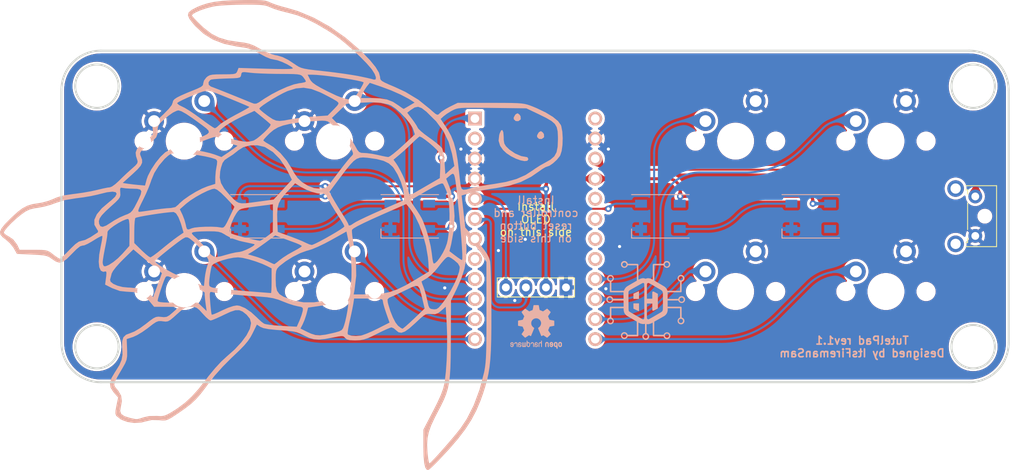
<source format=kicad_pcb>
(kicad_pcb (version 20211014) (generator pcbnew)
  (title_block (title "TutelPad") (date "2022-04-15") (rev "rev1.0") (company "0xCB"))
  (layers (0 "F.Cu" signal) (31 "B.Cu" signal) (34 "B.Paste" user) (35 "F.Paste" user) (36 "B.SilkS" user "B.Silkscreen") (37 "F.SilkS" user "F.Silkscreen") (38 "B.Mask" user) (39 "F.Mask" user) (44 "Edge.Cuts" user))
  (net 0 "")
  (net 2 "GND")
  (net 3 "VCC")
  (net 4 "reset")
  (net 5 "Net-(RGB1-Pad2)")
  (net 6 "LED")
  (net 7 "Net-(RGB2-Pad2)")
  (net 8 "Net-(RGB3-Pad2)")
  (net 9 "SCL")
  (net 10 "SDA")
  (net 11 "MX1")
  (net 12 "MX2")
  (net 13 "MX3")
  (net 15 "MX4")
  (net 16 "MX5")
  (net 17 "MX6")
  (net 18 "MX7")
  (net 19 "MX8")
  (footprint "0xcb:SW_Cherry_MX_PCB_1.00u" (layer "F.Cu") (at 198.052811 109.763439)
    (fp_text reference "MX8")
    (fp_text value "MX")
  )
  (footprint "0xcb:SW_Cherry_MX_PCB_1.00u" (layer "F.Cu") (at 109.152811 109.763439)
    (fp_text reference "MX5")
    (fp_text value "MX")
  )
  (footprint "0xcb:SW_Cherry_MX_PCB_1.00u" (layer "F.Cu") (at 128.202811 109.763439)
    (fp_text reference "MX6")
    (fp_text value "MX")
  )
  (footprint "0xcb:SW_Tactile_SPST_Angled" (layer "F.Cu") (at 209.36625 97.718439 -90)
    (fp_text reference "SW1" hide)
    (fp_text value "SW_Push")
  )
  (footprint "0xcb:SW_Cherry_MX_PCB_1.00u" (layer "F.Cu") (at 179.002811 90.713439)
    (fp_text reference "MX3")
    (fp_text value "MX")
  )
  (footprint "0xcb:SW_Cherry_MX_PCB_1.00u" (layer "F.Cu") (at 179.002811 109.763439)
    (fp_text reference "MX7")
    (fp_text value "MX")
  )
  (footprint "0xcb:128x64OLED" (layer "F.Cu") (at 153.89875 98.643439 180)
    (fp_text reference "OL1" hide)
    (fp_text value "SSD1306" hide)
  )
  (footprint "0xcb:SW_Cherry_MX_PCB_1.00u" (layer "F.Cu") (at 128.202811 90.713439)
    (fp_text reference "MX2")
    (fp_text value "MX")
  )
  (footprint "0xcb:SW_Cherry_MX_PCB_1.00u" (layer "F.Cu") (at 109.152811 90.713439)
    (fp_text reference "MX1")
    (fp_text value "MX")
  )
  (footprint "0xcb:generic-promicro" (layer "F.Cu") (at 153.602811 101.825939 -90)
    (fp_text reference "U1" hide)
    (fp_text value "generic-promicro" hide)
  )
  (footprint "0xcb:SW_Cherry_MX_PCB_1.00u" (layer "F.Cu") (at 198.052811 90.713439)
    (fp_text reference "MX4")
    (fp_text value "MX")
  )
  (footprint "LED_SMD:LED_WS2812B_PLCC4_5.0x5.0mm_P3.2mm" (layer "B.Cu") (at 188.527811 100.238439 180)
    (fp_text reference "RGB4" hide)
    (fp_text value "WS2812B")
  )
  (footprint "LOGO" (layer "B.Cu") (at 121.44375 102.475939 180)
    (fp_text reference "G***" hide)
    (fp_text value "LOGO" hide)
  )
  (footprint "LED_SMD:LED_WS2812B_PLCC4_5.0x5.0mm_P3.2mm" (layer "B.Cu") (at 169.477811 100.238439 180)
    (fp_text reference "RGB3" hide)
    (fp_text value "WS2812B")
  )
  (footprint "LED_SMD:LED_WS2812B_PLCC4_5.0x5.0mm_P3.2mm" (layer "B.Cu") (at 137.727811 100.238439 180)
    (fp_text reference "RGB2" hide)
    (fp_text value "WS2812B")
  )
  (footprint "0xcb:0xCB" (layer "B.Cu") (at 167.61875 110.893439 180)
    (fp_text reference "G***" hide)
    (fp_text value "0xCB" hide)
  )
  (footprint "Symbol:OSHW-Logo2_7.3x6mm_SilkScreen" (layer "B.Cu") (at 153.73875 114.243439 180)
    (fp_text reference "REF**" hide)
    (fp_text value "OSHW-Logo2_7.3x6mm_SilkScreen" hide)
  )
  (footprint "LED_SMD:LED_WS2812B_PLCC4_5.0x5.0mm_P3.2mm" (layer "B.Cu") (at 118.677811 100.238439 180)
    (fp_text reference "RGB1" hide)
    (fp_text value "WS2812B")
  )
  (gr_circle (center 98.09875 83.753439) (end 100.84875 83.753439) (layer "Edge.Cuts") (width 0.25) (fill none))
  (gr_line (start 213.59875 116.253439) (end 213.59875 84.253439) (layer "Edge.Cuts") (width 0.25))
  (gr_arc (start 213.59875 116.253439) (mid 212.134284 119.788973) (end 208.59875 121.253439) (layer "Edge.Cuts") (width 0.25))
  (gr_circle (center 209.09875 116.753439) (end 211.84875 116.753439) (layer "Edge.Cuts") (width 0.25) (fill none))
  (gr_line (start 93.59875 84.253439) (end 93.59875 116.253439) (layer "Edge.Cuts") (width 0.25))
  (gr_circle (center 98.09875 116.753439) (end 100.84875 116.753439) (layer "Edge.Cuts") (width 0.25) (fill none))
  (gr_arc (start 93.59875 84.253439) (mid 95.063216 80.717905) (end 98.59875 79.253439) (layer "Edge.Cuts") (width 0.25))
  (gr_line (start 208.59875 79.253439) (end 98.59875 79.253439) (layer "Edge.Cuts") (width 0.25))
  (gr_arc (start 208.59875 79.253439) (mid 212.134284 80.717905) (end 213.59875 84.253439) (layer "Edge.Cuts") (width 0.25))
  (gr_arc (start 98.59875 121.253439) (mid 95.063216 119.788973) (end 93.59875 116.253439) (layer "Edge.Cuts") (width 0.25))
  (gr_line (start 98.59875 121.253439) (end 208.59875 121.253439) (layer "Edge.Cuts") (width 0.25))
  (gr_circle (center 209.09875 83.753439) (end 211.84875 83.753439) (layer "Edge.Cuts") (width 0.25) (fill none))
  (gr_text "TutelPad rev1.1\nDesigned by ItsFiremanSam" (at 195.01875 116.773439) (layer "B.SilkS") (effects (font (size 1 1) (thickness 0.2)) (justify mirror)))
  (gr_text "Install\ncontroller and\nreset button\non this side" (at 153.70875 100.613439) (layer "B.SilkS") (effects (font (size 1 1)) (justify mirror)))
  (gr_text "Install\nOLED\non this side" (at 153.70875 100.613439) (layer "F.SilkS") (effects (font (size 1 1))))
  (via (at 142.15875 109.303439) (size 0.8) (drill 0.4) (layers "F.Cu" "B.Cu") (net 2))
  (via (at 152.35875 103.153439) (size 0.8) (drill 0.4) (layers "F.Cu" "B.Cu") (net 2))
  (via (at 162.56875 109.413439) (size 0.8) (drill 0.4) (layers "F.Cu" "B.Cu") (net 2))
  (via (at 148.95875 104.573439) (size 0.8) (drill 0.4) (layers "F.Cu" "B.Cu") (net 2))
  (via (at 164.30625 104.063439) (size 0.8) (drill 0.4) (layers "F.Cu" "B.Cu") (net 2))
  (via (at 162.88875 91.723439) (size 0.8) (drill 0.4) (layers "F.Cu" "B.Cu") (net 2))
  (via (at 151.02875 110.903439) (size 0.8) (drill 0.4) (layers "F.Cu" "B.Cu") (net 2))
  (via (at 144.20875 91.723439) (size 0.8) (drill 0.4) (layers "F.Cu" "B.Cu") (net 2))
  (segment (start 170.47375 95.475939) (end 161.222811 95.475939) (width 0.381) (layer "F.Cu") (net 3))
  (segment (start 171.98375 97.698439) (end 171.97875 97.703439) (width 0.381) (layer "F.Cu") (net 3))
  (segment (start 171.97375 97.698439) (end 171.97875 97.703439) (width 0.381) (layer "F.Cu") (net 3))
  (segment (start 188.28875 97.698439) (end 171.98375 97.698439) (width 0.381) (layer "F.Cu") (net 3))
  (segment (start 127.01875 97.703439) (end 127.02375 97.698439) (width 0.381) (layer "F.Cu") (net 3))
  (segment (start 127.02375 97.698439) (end 143.05375 97.698439) (width 0.381) (layer "F.Cu") (net 3))
  (segment (start 154.97875 96.753439) (end 154.97875 96.475939) (width 0.381) (layer "F.Cu") (net 3))
  (segment (start 188.78875 98.633439) (end 188.78875 98.198439) (width 0.381) (layer "F.Cu") (net 3))
  (segment (start 143.05375 97.698439) (end 143.06875 97.713439) (width 0.381) (layer "F.Cu") (net 3))
  (segment (start 155.97875 95.475939) (end 161.222811 95.475939) (width 0.381) (layer "F.Cu") (net 3))
  (segment (start 171.97375 96.975939) (end 171.97375 97.698439) (width 0.381) (layer "F.Cu") (net 3))
  (via (at 171.97875 97.703439) (size 0.8) (drill 0.4) (layers "F.Cu" "B.Cu") (net 3))
  (via (at 127.01875 97.703439) (size 0.8) (drill 0.4) (layers "F.Cu" "B.Cu") (net 3))
  (via (at 154.97875 96.753439) (size 0.8) (drill 0.4) (layers "F.Cu" "B.Cu") (net 3))
  (via (at 143.06875 97.713439) (size 0.8) (drill 0.4) (layers "F.Cu" "B.Cu") (net 3))
  (via (at 188.78875 98.633439) (size 0.8) (drill 0.4) (layers "F.Cu" "B.Cu") (net 3))
  (arc (start 154.97875 96.475939) (mid 155.271643 95.768832) (end 155.97875 95.475939) (width 0.381) (layer "F.Cu") (net 3))
  (arc (start 171.97375 96.975939) (mid 171.53441 95.915279) (end 170.47375 95.475939) (width 0.381) (layer "F.Cu") (net 3))
  (arc (start 188.28875 97.698439) (mid 188.642303 97.844886) (end 188.78875 98.198439) (width 0.381) (layer "F.Cu") (net 3))
  (segment (start 154.982811 109.250939) (end 154.982811 96.74225) (width 0.381) (layer "B.Cu") (net 3))
  (segment (start 171.97875 98.63666) (end 171.977171 98.638239) (width 0.381) (layer "B.Cu") (net 3))
  (segment (start 143.06875 97.24225) (end 143.06875 97.713439) (width 0.381) (layer "B.Cu") (net 3))
  (segment (start 142.56875 98.638239) (end 140.227171 98.638239) (width 0.381) (layer "B.Cu") (net 3))
  (segment (start 154.982811 96.74225) (end 154.982811 96.749378) (width 0.381) (layer "B.Cu") (net 3))
  (segment (start 143.06875 97.713439) (end 143.06875 98.138239) (width 0.381) (layer "B.Cu") (net 3))
  (segment (start 171.97875 97.703439) (end 171.97875 98.63666) (width 0.381) (layer "B.Cu") (net 3))
  (segment (start 121.177171 98.203439) (end 121.177171 98.638239) (width 0.381) (layer "B.Cu") (net 3))
  (segment (start 127.01875 97.703439) (end 121.677171 97.703439) (width 0.381) (layer "B.Cu") (net 3))
  (segment (start 154.982811 96.749378) (end 154.97875 96.753439) (width 0.381) (layer "B.Cu") (net 3))
  (segment (start 188.78875 98.633439) (end 191.022371 98.633439) (width 0.381) (layer "B.Cu") (net 3))
  (segment (start 154.982811 96.74225) (end 143.56875 96.74225) (width 0.381) (layer "B.Cu") (net 3))
  (arc (start 142.56875 98.638239) (mid 142.922303 98.491792) (end 143.06875 98.138239) (width 0.381) (layer "B.Cu") (net 3))
  (arc (start 121.677171 97.703439) (mid 121.323618 97.849886) (end 121.177171 98.203439) (width 0.381) (layer "B.Cu") (net 3))
  (arc (start 143.06875 97.24225) (mid 143.215197 96.888697) (end 143.56875 96.74225) (width 0.381) (layer "B.Cu") (net 3))
  (segment (start 163.304737 94.333439) (end 207.36625 94.333439) (width 0.254) (layer "F.Cu") (net 4))
  (segment (start 161.222811 92.935939) (end 162.13635 93.849478) (width 0.254) (layer "F.Cu") (net 4))
  (segment (start 209.36625 96.333439) (end 209.36625 97.718439) (width 0.254) (layer "F.Cu") (net 4))
  (arc (start 162.13635 93.849478) (mid 162.672411 94.207662) (end 163.304737 94.333439) (width 0.254) (layer "F.Cu") (net 4))
  (arc (start 209.36625 96.333439) (mid 208.780464 94.919225) (end 207.36625 94.333439) (width 0.254) (layer "F.Cu") (net 4))
  (segment (start 135.228451 98.638239) (end 132.305018 98.638239) (width 0.254) (layer "B.Cu") (net 5))
  (segment (start 128.769484 100.102705) (end 128.498016 100.374173) (width 0.254) (layer "B.Cu") (net 5))
  (segment (start 124.962482 101.838639) (end 121.177171 101.838639) (width 0.254) (layer "B.Cu") (net 5))
  (arc (start 128.498016 100.374173) (mid 126.875899 101.458037) (end 124.962482 101.838639) (width 0.254) (layer "B.Cu") (net 5))
  (arc (start 128.769484 100.102705) (mid 130.391601 99.018841) (end 132.305018 98.638239) (width 0.254) (layer "B.Cu") (net 5))
  (segment (start 127.02375 96.428439) (end 138.696561 96.428439) (width 0.254) (layer "F.Cu") (net 6))
  (segment (start 127.01875 96.423439) (end 127.02375 96.428439) (width 0.254) (layer "F.Cu") (net 6))
  (segment (start 141.696561 93.428439) (end 141.696561 92.803439) (width 0.254) (layer "F.Cu") (net 6))
  (via (at 127.01875 96.423439) (size 0.8) (drill 0.4) (layers "F.Cu" "B.Cu") (net 6))
  (via (at 141.696561 92.803439) (size 0.8) (drill 0.4) (layers "F.Cu" "B.Cu") (net 6))
  (arc (start 138.696561 96.428439) (mid 140.817881 95.549759) (end 141.696561 93.428439) (width 0.254) (layer "F.Cu") (net 6))
  (segment (start 116.178451 97.72816) (end 116.178451 98.638239) (width 0.254) (layer "B.Cu") (net 6))
  (segment (start 144.272296 87.855939) (end 145.982811 87.855939) (width 0.254) (layer "B.Cu") (net 6))
  (segment (start 141.696561 92.803439) (end 141.696561 90.431674) (width 0.254) (layer "B.Cu") (net 6))
  (segment (start 127.01875 96.423439) (end 117.483172 96.423439) (width 0.254) (layer "B.Cu") (net 6))
  (arc (start 117.483172 96.423439) (mid 116.560595 96.805583) (end 116.178451 97.72816) (width 0.254) (layer "B.Cu") (net 6))
  (arc (start 141.696561 90.431674) (mid 142.450976 88.610354) (end 144.272296 87.855939) (width 0.254) (layer "B.Cu") (net 6))
  (segment (start 142.966561 100.783439) (end 142.966561 101.508439) (width 0.254) (layer "F.Cu") (net 7))
  (segment (start 162.87875 99.283439) (end 144.466561 99.283439) (width 0.254) (layer "F.Cu") (net 7))
  (via (at 142.966561 101.508439) (size 0.8) (drill 0.4) (layers "F.Cu" "B.Cu") (net 7))
  (via (at 162.87875 99.283439) (size 0.8) (drill 0.4) (layers "F.Cu" "B.Cu") (net 7))
  (arc (start 144.466561 99.283439) (mid 143.405901 99.722779) (end 142.966561 100.783439) (width 0.254) (layer "F.Cu") (net 7))
  (segment (start 163.938164 98.638239) (end 166.978451 98.638239) (width 0.254) (layer "B.Cu") (net 7))
  (segment (start 140.227171 101.838639) (end 140.232371 101.833439) (width 0.254) (layer "B.Cu") (net 7))
  (segment (start 162.87875 99.283439) (end 163.231057 98.931132) (width 0.254) (layer "B.Cu") (net 7))
  (segment (start 142.788008 101.686992) (end 142.966561 101.508439) (width 0.254) (layer "B.Cu") (net 7))
  (segment (start 140.232371 101.833439) (end 142.434454 101.833439) (width 0.254) (layer "B.Cu") (net 7))
  (arc (start 142.434454 101.833439) (mid 142.625796 101.795379) (end 142.788008 101.686992) (width 0.254) (layer "B.Cu") (net 7))
  (arc (start 163.938164 98.638239) (mid 163.555481 98.714359) (end 163.231057 98.931132) (width 0.254) (layer "B.Cu") (net 7))
  (segment (start 179.028016 100.374173) (end 179.299484 100.102705) (width 0.254) (layer "B.Cu") (net 8))
  (segment (start 182.835018 98.638239) (end 186.028451 98.638239) (width 0.254) (layer "B.Cu") (net 8))
  (segment (start 171.977171 101.838639) (end 175.492482 101.838639) (width 0.254) (layer "B.Cu") (net 8))
  (arc (start 179.299484 100.102705) (mid 180.921601 99.018841) (end 182.835018 98.638239) (width 0.254) (layer "B.Cu") (net 8))
  (arc (start 179.028016 100.374173) (mid 177.405899 101.458037) (end 175.492482 101.838639) (width 0.254) (layer "B.Cu") (net 8))
  (segment (start 151.392438 111.783439) (end 149.155042 111.783439) (width 0.254) (layer "B.Cu") (net 9))
  (segment (start 145.99875 100.555939) (end 147.338974 100.555938) (width 0.254) (layer "B.Cu") (net 9))
  (segment (start 147.99875 110.627147) (end 147.99875 101.215713) (width 0.254) (layer "B.Cu") (net 9))
  (segment (start 152.442811 109.250939) (end 152.442811 110.733066) (width 0.254) (layer "B.Cu") (net 9))
  (segment (start 145.99875 100.555939) (end 145.982811 100.555939) (width 0.254) (layer "B.Cu") (net 9))
  (arc (start 147.99875 101.215713) (mid 147.805506 100.749181) (end 147.338974 100.555938) (width 0.254) (layer "B.Cu") (net 9))
  (arc (start 147.99875 110.627147) (mid 148.33742 111.444769) (end 149.155042 111.783439) (width 0.254) (layer "B.Cu") (net 9))
  (arc (start 152.442811 110.733066) (mid 152.135164 111.475792) (end 151.392438 111.783439) (width 0.254) (layer "B.Cu") (net 9))
  (segment (start 149.902811 100.288809) (end 149.902811 109.250939) (width 0.254) (layer "B.Cu") (net 10))
  (segment (start 145.982811 98.015939) (end 147.629941 98.015939) (width 0.254) (layer "B.Cu") (net 10))
  (arc (start 147.629941 98.015939) (mid 149.237103 98.681647) (end 149.902811 100.288809) (width 0.254) (layer "B.Cu") (net 10))
  (segment (start 124.883697 94.682189) (end 131.934061 94.682189) (width 0.254) (layer "B.Cu") (net 11))
  (segment (start 111.692811 85.633439) (end 117.812629 91.753257) (width 0.254) (layer "B.Cu") (net 11))
  (segment (start 141.934061 110.715939) (end 145.982811 110.715939) (width 0.254) (layer "B.Cu") (net 11))
  (segment (start 136.934061 99.682189) (end 136.934061 105.715939) (width 0.254) (layer "B.Cu") (net 11))
  (arc (start 131.934061 94.682189) (mid 135.469595 96.146655) (end 136.934061 99.682189) (width 0.254) (layer "B.Cu") (net 11))
  (arc (start 141.934061 110.715939) (mid 138.398527 109.251473) (end 136.934061 105.715939) (width 0.254) (layer "B.Cu") (net 11))
  (arc (start 117.812629 91.753257) (mid 121.056863 93.920985) (end 124.883697 94.682189) (width 0.254) (layer "B.Cu") (net 11))
  (segment (start 137.660572 90.204367) (end 137.660572 103.175939) (width 0.254) (layer "B.Cu") (net 12))
  (segment (start 142.660572 108.175939) (end 145.982811 108.175939) (width 0.254) (layer "B.Cu") (net 12))
  (segment (start 130.742811 85.633439) (end 133.089644 85.633439) (width 0.254) (layer "B.Cu") (net 12))
  (arc (start 142.660572 108.175939) (mid 139.125038 106.711473) (end 137.660572 103.175939) (width 0.254) (layer "B.Cu") (net 12))
  (arc (start 137.660572 90.204367) (mid 136.321778 86.972233) (end 133.089644 85.633439) (width 0.254) (layer "B.Cu") (net 12))
  (segment (start 175.192811 88.173439) (end 172.777404 88.173439) (width 0.254) (layer "B.Cu") (net 13))
  (segment (start 163.684061 108.175939) (end 161.222811 108.175939) (width 0.254) (layer "B.Cu") (net 13))
  (segment (start 168.684061 92.266782) (end 168.684061 103.175939) (width 0.254) (layer "B.Cu") (net 13))
  (arc (start 168.684061 103.175939) (mid 167.219595 106.711473) (end 163.684061 108.175939) (width 0.254) (layer "B.Cu") (net 13))
  (arc (start 168.684061 92.266782) (mid 169.882973 89.372351) (end 172.777404 88.173439) (width 0.254) (layer "B.Cu") (net 13))
  (segment (start 192.189623 88.173439) (end 194.242811 88.173439) (width 0.254) (layer "B.Cu") (net 15))
  (segment (start 174.477811 94.683439) (end 180.316614 94.683439) (width 0.254) (layer "B.Cu") (net 15))
  (segment (start 169.477811 105.715939) (end 169.477811 99.683439) (width 0.254) (layer "B.Cu") (net 15))
  (segment (start 187.387682 91.754507) (end 190.105463 89.036726) (width 0.254) (layer "B.Cu") (net 15))
  (segment (start 161.222811 110.715939) (end 164.477811 110.715939) (width 0.254) (layer "B.Cu") (net 15))
  (arc (start 169.477811 99.683439) (mid 170.942277 96.147905) (end 174.477811 94.683439) (width 0.254) (layer "B.Cu") (net 15))
  (arc (start 164.477811 110.715939) (mid 168.013345 109.251473) (end 169.477811 105.715939) (width 0.254) (layer "B.Cu") (net 15))
  (arc (start 190.105463 89.036726) (mid 191.061684 88.3978) (end 192.189623 88.173439) (width 0.254) (layer "B.Cu") (net 15))
  (arc (start 180.316614 94.683439) (mid 184.143448 93.922234) (end 187.387682 91.754507) (width 0.254) (layer "B.Cu") (net 15))
  (segment (start 119.876379 112.867007) (end 111.692811 104.683439) (width 0.254) (layer "B.Cu") (net 16))
  (segment (start 145.982811 115.795939) (end 126.947447 115.795939) (width 0.254) (layer "B.Cu") (net 16))
  (arc (start 126.947447 115.795939) (mid 123.120613 115.034734) (end 119.876379 112.867007) (width 0.254) (layer "B.Cu") (net 16))
  (segment (start 136.386379 110.327007) (end 130.742811 104.683439) (width 0.254) (layer "B.Cu") (net 17))
  (segment (start 145.982811 113.255939) (end 143.457447 113.255939) (width 0.254) (layer "B.Cu") (net 17))
  (arc (start 136.386379 110.327007) (mid 139.630613 112.494735) (end 143.457447 113.255939) (width 0.254) (layer "B.Cu") (net 17))
  (segment (start 175.192811 107.223439) (end 173.17875 107.223439) (width 0.254) (layer "B.Cu") (net 18))
  (segment (start 164.196135 113.255939) (end 161.222811 113.255939) (width 0.254) (layer "B.Cu") (net 18))
  (segment (start 173.17875 107.223439) (end 169.232296 111.169893) (width 0.254) (layer "B.Cu") (net 18))
  (arc (start 164.196135 113.255939) (mid 166.921686 112.713793) (end 169.232296 111.169893) (width 0.254) (layer "B.Cu") (net 18))
  (segment (start 177.164114 115.795939) (end 161.222811 115.795939) (width 0.254) (layer "B.Cu") (net 19))
  (segment (start 194.242811 107.223439) (end 192.153448 107.223439) (width 0.254) (layer "B.Cu") (net 19))
  (segment (start 188.270296 108.831893) (end 184.235182 112.867007) (width 0.254) (layer "B.Cu") (net 19))
  (arc (start 192.153448 107.223439) (mid 190.051901 107.641463) (end 188.270296 108.831893) (width 0.254) (layer "B.Cu") (net 19))
  (arc (start 177.164114 115.795939) (mid 180.990948 115.034734) (end 184.235182 112.867007) (width 0.254) (layer "B.Cu") (net 19))
  (zone (net 3) (net_name "VCC") (layer "F.Cu") (priority 16962) (connect_pads yes (clearance 0)) (min_thickness 0.0254) (fill yes (thermal_gap 0.508) (thermal_bridge_width 0.508))
    (polygon (pts (xy 127.81375 97.507939) (xy 127.724026 97.506271) (xy 127.647246 97.50127) (xy 127.580822 97.492935) (xy 127.522168 97.481266) (xy 127.468697 97.466264) (xy 127.417821 97.447929) (xy 127.366954 97.42626) (xy 127.313508 97.401259) (xy 127.254897 97.372926) (xy 127.188535 97.341261) (xy 126.818767 97.70597) (xy 127.197648 98.061203) (xy 127.262509 98.028253) (xy 127.319899 97.998841) (xy 127.372348 97.97295) (xy 127.422388 97.950564) (xy 127.472549 97.931666) (xy 127.525362 97.916241) (xy 127.583358 97.904272) (xy 127.649067 97.895743) (xy 127.725021 97.890637) (xy 127.81375 97.888939)))
  )
  (zone (net 3) (net_name "VCC") (layer "F.Cu") (priority 16962) (connect_pads yes (clearance 0)) (min_thickness 0.0254) (fill yes (thermal_gap 0.508) (thermal_bridge_width 0.508))
    (polygon (pts (xy 154.951564 95.8741) (xy 154.900845 95.96443) (xy 154.860577 96.043379) (xy 154.828417 96.11333) (xy 154.802024 96.176666) (xy 154.779056 96.235771) (xy 154.757171 96.293027) (xy 154.734027 96.350818) (xy 154.707282 96.411526) (xy 154.674595 96.477536) (xy 154.633625 96.55123) (xy 154.966021 96.953033) (xy 155.349117 96.602349) (xy 155.323451 96.544486) (xy 155.297167 96.491331) (xy 155.27206 96.441475) (xy 155.249929 96.393513) (xy 155.232571 96.346037) (xy 155.221784 96.29764) (xy 155.219365 96.246916) (xy 155.227112 96.192456) (xy 155.246822 96.132854) (xy 155.280294 96.066704)))
  )
  (zone (net 3) (net_name "VCC") (layer "F.Cu") (priority 16962) (connect_pads yes (clearance 0)) (min_thickness 0.0254) (fill yes (thermal_gap 0.508) (thermal_bridge_width 0.508))
    (polygon (pts (xy 172.77375 97.507939) (xy 172.684026 97.506271) (xy 172.607246 97.50127) (xy 172.540822 97.492935) (xy 172.482168 97.481266) (xy 172.428697 97.466264) (xy 172.377821 97.447929) (xy 172.326954 97.42626) (xy 172.273508 97.401259) (xy 172.214897 97.372926) (xy 172.148535 97.341261) (xy 171.778767 97.70597) (xy 172.157648 98.061203) (xy 172.222509 98.028253) (xy 172.279899 97.998841) (xy 172.332348 97.97295) (xy 172.382388 97.950564) (xy 172.432549 97.931666) (xy 172.485362 97.916241) (xy 172.543358 97.904272) (xy 172.609067 97.895743) (xy 172.685021 97.890637) (xy 172.77375 97.888939)))
  )
  (zone (net 6) (net_name "LED") (layer "F.Cu") (priority 16962) (connect_pads yes (clearance 0)) (min_thickness 0.0254) (fill yes (thermal_gap 0.508) (thermal_bridge_width 0.508))
    (polygon (pts (xy 141.795878 93.844138) (xy 141.813247 93.720315) (xy 141.829927 93.615232) (xy 141.846901 93.52496) (xy 141.865152 93.445572) (xy 141.885664 93.373139) (xy 141.909421 93.303731) (xy 141.937405 93.233421) (xy 141.970601 93.158281) (xy 142.009992 93.074381) (xy 142.056561 92.977794) (xy 141.696561 92.603439) (xy 141.336561 92.977794) (xy 141.382697 93.069706) (xy 141.424914 93.150108) (xy 141.462564 93.222595) (xy 141.495004 93.290763) (xy 141.52159 93.358205) (xy 141.541676 93.428518) (xy 141.554618 93.505295) (xy 141.559772 93.592133) (xy 141.556491 93.692626) (xy 141.544134 93.81037)))
  )
  (zone (net 7) (net_name "Net-(RGB2-Pad2)") (layer "F.Cu") (priority 16962) (connect_pads yes (clearance 0)) (min_thickness 0.0254) (fill yes (thermal_gap 0.508) (thermal_bridge_width 0.508))
    (polygon (pts (xy 142.897137 100.354697) (xy 142.861425 100.491262) (xy 142.833475 100.608099) (xy 142.810931 100.709387) (xy 142.791437 100.799306) (xy 142.772636 100.882034) (xy 142.752171 100.961751) (xy 142.727688 101.042635) (xy 142.696829 101.128866) (xy 142.657239 101.224622) (xy 142.606561 101.334084) (xy 142.966561 101.708439) (xy 143.326561 101.334084) (xy 143.276008 101.233778) (xy 143.229116 101.145001) (xy 143.187187 101.064184) (xy 143.151524 100.987758) (xy 143.123433 100.912157) (xy 143.104215 100.833811) (xy 143.095175 100.749153) (xy 143.097617 100.654615) (xy 143.112843 100.546628) (xy 143.142159 100.421625)))
  )
  (zone (net 4) (net_name "reset") (layer "F.Cu") (priority 16962) (connect_pads yes (clearance 0)) (min_thickness 0.0254) (fill yes (thermal_gap 0.508) (thermal_bridge_width 0.508))
    (polygon (pts (xy 162.919887 94.157078) (xy 162.69764 94.081068) (xy 162.530195 93.985545) (xy 162.408276 93.871588) (xy 162.32261 93.740275) (xy 162.263923 93.592686) (xy 162.22294 93.429899) (xy 162.190389 93.252994) (xy 162.156994 93.06305) (xy 162.113481 92.861145) (xy 162.050578 92.648359) (xy 160.912993 92.626121) (xy 161.001735 93.783893) (xy 161.231047 93.847474) (xy 161.424454 93.908203) (xy 161.59176 93.967007) (xy 161.742771 94.024817) (xy 161.887295 94.082563) (xy 162.035137 94.141173) (xy 162.196102 94.201578) (xy 162.379999 94.264708) (xy 162.596631 94.331492) (xy 162.855807 94.40286)))
  )
  (zone (net 3) (net_name "VCC") (layer "F.Cu") (priority 16962) (connect_pads yes (clearance 0)) (min_thickness 0.0254) (fill yes (thermal_gap 0.508) (thermal_bridge_width 0.508))
    (polygon (pts (xy 142.26375 97.888939) (xy 142.352907 97.890626) (xy 142.429289 97.895729) (xy 142.495404 97.904308) (xy 142.553756 97.916423) (xy 142.606852 97.932134) (xy 142.657197 97.951501) (xy 142.707297 97.974585) (xy 142.759659 98.001446) (xy 142.816788 98.032143) (xy 142.88119 98.066739) (xy 143.268612 97.720841) (xy 142.907838 97.347233) (xy 142.839022 97.377984) (xy 142.778308 97.405429) (xy 142.723024 97.429586) (xy 142.670501 97.45047) (xy 142.618066 97.468097) (xy 142.56305 97.482483) (xy 142.502781 97.493644) (xy 142.434589 97.501596) (xy 142.355802 97.506356) (xy 142.26375 97.507939)))
  )
  (zone (net 7) (net_name "Net-(RGB2-Pad2)") (layer "F.Cu") (priority 16962) (connect_pads yes (clearance 0)) (min_thickness 0.0254) (fill yes (thermal_gap 0.508) (thermal_bridge_width 0.508))
    (polygon (pts (xy 162.08875 99.410439) (xy 162.17914 99.413657) (xy 162.254892 99.422916) (xy 162.319093 99.437625) (xy 162.37483 99.457191) (xy 162.42519 99.481022) (xy 162.473261 99.508527) (xy 162.522129 99.539113) (xy 162.574883 99.572188) (xy 162.634609 99.607161) (xy 162.704395 99.643439) (xy 163.07875 99.283439) (xy 162.704395 98.923439) (xy 162.634609 98.959716) (xy 162.574883 98.994689) (xy 162.522129 99.027764) (xy 162.473261 99.05835) (xy 162.42519 99.085855) (xy 162.37483 99.109686) (xy 162.319093 99.129252) (xy 162.254892 99.143961) (xy 162.17914 99.15322) (xy 162.08875 99.156439)))
  )
  (zone (net 4) (net_name "reset") (layer "F.Cu") (priority 16962) (connect_pads yes (clearance 0)) (min_thickness 0.0254) (fill yes (thermal_gap 0.508) (thermal_bridge_width 0.508))
    (polygon (pts (xy 209.062851 95.539889) (xy 209.154774 95.775079) (xy 209.198289 95.979489) (xy 209.199854 96.160038) (xy 209.165929 96.323646) (xy 209.102971 96.477233) (xy 209.01744 96.627718) (xy 208.915793 96.782021) (xy 208.80449 96.947062) (xy 208.689989 97.12976) (xy 208.57875 97.337036) (xy 209.36625 98.155939) (xy 210.15375 97.337036) (xy 210.043851 97.107432) (xy 209.952261 96.910881) (xy 209.874099 96.738247) (xy 209.804483 96.580398) (xy 209.738532 96.428199) (xy 209.671367 96.272516) (xy 209.598104 96.104217) (xy 209.513864 95.914166) (xy 209.413765 95.693232) (xy 209.292927 95.432279)))
  )
  (zone (net 3) (net_name "VCC") (layer "F.Cu") (priority 16962) (connect_pads yes (clearance 0)) (min_thickness 0.0254) (fill yes (thermal_gap 0.508) (thermal_bridge_width 0.508))
    (polygon (pts (xy 159.476511 95.666439) (xy 159.679923 95.675541) (xy 159.848291 95.701462) (xy 159.989175 95.742121) (xy 160.110134 95.795437) (xy 160.218729 95.859329) (xy 160.32252 95.931716) (xy 160.429066 96.010519) (xy 160.545928 96.093655) (xy 160.680666 96.179045) (xy 160.840841 96.264609) (xy 161.660961 95.475939) (xy 160.840841 94.687269) (xy 160.680666 94.772832) (xy 160.545928 94.858222) (xy 160.429066 94.941358) (xy 160.32252 95.020161) (xy 160.218729 95.092548) (xy 160.110134 95.15644) (xy 159.989175 95.209756) (xy 159.848291 95.250415) (xy 159.679923 95.276336) (xy 159.476511 95.285439)))
  )
  (zone (net 3) (net_name "VCC") (layer "F.Cu") (priority 16962) (connect_pads yes (clearance 0)) (min_thickness 0.0254) (fill yes (thermal_gap 0.508) (thermal_bridge_width 0.508))
    (polygon (pts (xy 188.504307 97.976409) (xy 188.547098 98.026477) (xy 188.572007 98.074885) (xy 188.581545 98.122103) (xy 188.57822 98.168606) (xy 188.564545 98.214866) (xy 188.543028 98.261356) (xy 188.516179 98.30855) (xy 188.48651 98.356921) (xy 188.45653 98.406941) (xy 188.42875 98.459084) (xy 188.78875 98.833439) (xy 189.067437 98.346501) (xy 189.015976 98.2866) (xy 188.98189 98.226569) (xy 188.96047 98.166086) (xy 188.94701 98.104831) (xy 188.936801 98.042483) (xy 188.925136 97.97872) (xy 188.907306 97.913221) (xy 188.878605 97.845666) (xy 188.834323 97.775732) (xy 188.769755 97.703101)))
  )
  (zone (net 3) (net_name "VCC") (layer "F.Cu") (priority 16962) (connect_pads yes (clearance 0)) (min_thickness 0.0254) (fill yes (thermal_gap 0.508) (thermal_bridge_width 0.508))
    (polygon (pts (xy 162.969111 95.285439) (xy 162.765698 95.276336) (xy 162.59733 95.250415) (xy 162.456446 95.209756) (xy 162.335487 95.15644) (xy 162.226892 95.092548) (xy 162.123101 95.020161) (xy 162.016555 94.941358) (xy 161.899693 94.858222) (xy 161.764955 94.772832) (xy 161.604781 94.687269) (xy 160.784661 95.475939) (xy 161.604781 96.264609) (xy 161.764955 96.179045) (xy 161.899693 96.093655) (xy 162.016555 96.010519) (xy 162.123101 95.931716) (xy 162.226892 95.859329) (xy 162.335487 95.795437) (xy 162.456446 95.742121) (xy 162.59733 95.701462) (xy 162.765698 95.675541) (xy 162.969111 95.666439)))
  )
  (zone (net 6) (net_name "LED") (layer "F.Cu") (priority 16962) (connect_pads yes (clearance 0)) (min_thickness 0.0254) (fill yes (thermal_gap 0.508) (thermal_bridge_width 0.508))
    (polygon (pts (xy 127.81375 96.301439) (xy 127.723147 96.298236) (xy 127.647189 96.289006) (xy 127.582801 96.274309) (xy 127.526906 96.25471) (xy 127.476429 96.23077) (xy 127.428293 96.203054) (xy 127.379423 96.172123) (xy 127.326743 96.138541) (xy 127.267176 96.10287) (xy 127.197648 96.065675) (xy 126.818767 96.420908) (xy 127.188535 96.785617) (xy 127.259601 96.749846) (xy 127.32043 96.715337) (xy 127.374147 96.682678) (xy 127.423881 96.65246) (xy 127.472758 96.625273) (xy 127.523905 96.601705) (xy 127.580451 96.582349) (xy 127.645522 96.567792) (xy 127.722246 96.558625) (xy 127.81375 96.555439)))
  )
  (zone (net 3) (net_name "VCC") (layer "F.Cu") (priority 16962) (connect_pads yes (clearance 0)) (min_thickness 0.0254) (fill yes (thermal_gap 0.508) (thermal_bridge_width 0.508))
    (polygon (pts (xy 171.736975 96.630854) (xy 171.766983 96.753876) (xy 171.785542 96.861411) (xy 171.793441 96.95654) (xy 171.791469 97.042339) (xy 171.780416 97.121889) (xy 171.761072 97.198269) (xy 171.734226 97.274556) (xy 171.700667 97.35383) (xy 171.661186 97.439169) (xy 171.616572 97.533654) (xy 171.981281 97.903422) (xy 172.336514 97.524541) (xy 172.288769 97.42025) (xy 172.254375 97.326596) (xy 172.230371 97.239997) (xy 172.213794 97.156871) (xy 172.201685 97.073635) (xy 172.191081 96.98671) (xy 172.179023 96.892512) (xy 172.162549 96.78746) (xy 172.138699 96.667972) (xy 172.104511 96.530468)))
  )
  (zone (net 2) (net_name "GND") (layers F&B.Cu) (connect_pads (clearance 0.35)) (min_thickness 0.254) (fill yes (thermal_gap 0.35) (thermal_bridge_width 0.508))
    (polygon (pts (xy 215.55875 123.193439) (xy 91.43875 123.193439) (xy 91.43875 77.473439) (xy 215.55875 77.473439)))
  )
  (zone (net 10) (net_name "SDA") (layer "B.Cu") (priority 16962) (connect_pads yes (clearance 0)) (min_thickness 0.0254) (fill yes (thermal_gap 0.508) (thermal_bridge_width 0.508))
    (polygon (pts (xy 148.53245 98.065124) (xy 148.235057 97.947548) (xy 147.982223 97.853114) (xy 147.763957 97.775961) (xy 147.570269 97.710224) (xy 147.391167 97.650043) (xy 147.216661 97.589553) (xy 147.03676 97.522894) (xy 146.841473 97.444201) (xy 146.62081 97.347614) (xy 146.364781 97.227269) (xy 145.544661 98.015939) (xy 146.364781 98.804609) (xy 146.60205 98.679931) (xy 146.810849 98.556076) (xy 146.999347 98.438924) (xy 147.175719 98.334355) (xy 147.348136 98.248249) (xy 147.52477 98.186487) (xy 147.713793 98.154948) (xy 147.923379 98.159513) (xy 148.161699 98.206062) (xy 148.436926 98.300476)))
  )
  (zone (net 6) (net_name "LED") (layer "B.Cu") (priority 16962) (connect_pads yes (clearance 0)) (min_thickness 0.0254) (fill yes (thermal_gap 0.508) (thermal_bridge_width 0.508))
    (polygon (pts (xy 126.22875 96.550439) (xy 126.31914 96.553657) (xy 126.394892 96.562916) (xy 126.459093 96.577625) (xy 126.51483 96.597191) (xy 126.56519 96.621022) (xy 126.613261 96.648527) (xy 126.662129 96.679113) (xy 126.714883 96.712188) (xy 126.774609 96.747161) (xy 126.844395 96.783439) (xy 127.21875 96.423439) (xy 126.844395 96.063439) (xy 126.774609 96.099716) (xy 126.714883 96.134689) (xy 126.662129 96.167764) (xy 126.613261 96.19835) (xy 126.56519 96.225855) (xy 126.51483 96.249686) (xy 126.459093 96.269252) (xy 126.394892 96.283961) (xy 126.31914 96.29322) (xy 126.22875 96.296439)))
  )
  (zone (net 12) (net_name "MX2") (layer "B.Cu") (priority 16962) (connect_pads yes (clearance 0)) (min_thickness 0.0254) (fill yes (thermal_gap 0.508) (thermal_bridge_width 0.508))
    (polygon (pts (xy 144.236511 108.302939) (xy 144.442675 108.313586) (xy 144.611689 108.343737) (xy 144.751672 108.390705) (xy 144.870746 108.451801) (xy 144.977031 108.52434) (xy 145.078647 108.605633) (xy 145.183716 108.692993) (xy 145.300357 108.783734) (xy 145.436692 108.875169) (xy 145.600841 108.964609) (xy 146.420961 108.175939) (xy 145.600841 107.387269) (xy 145.436692 107.476708) (xy 145.300357 107.568143) (xy 145.183716 107.658884) (xy 145.078647 107.746244) (xy 144.977031 107.827537) (xy 144.870746 107.900076) (xy 144.751672 107.961172) (xy 144.611689 108.00814) (xy 144.442675 108.038291) (xy 144.236511 108.048939)))
  )
  (zone (net 3) (net_name "VCC") (layer "B.Cu") (priority 16962) (connect_pads yes (clearance 0)) (min_thickness 0.0254) (fill yes (thermal_gap 0.508) (thermal_bridge_width 0.508))
    (polygon (pts (xy 143.087699 96.746921) (xy 143.020515 96.823102) (xy 142.97523 96.896762) (xy 142.946751 96.968159) (xy 142.929983 97.037555) (xy 142.919833 97.105209) (xy 142.911208 97.171384) (xy 142.899013 97.236339) (xy 142.878154 97.300334) (xy 142.843539 97.363631) (xy 142.790074 97.426491) (xy 143.06875 97.913439) (xy 143.42875 97.539084) (xy 143.399088 97.483099) (xy 143.367328 97.429353) (xy 143.336099 97.377347) (xy 143.308029 97.326584) (xy 143.285746 97.276566) (xy 143.271879 97.226796) (xy 143.269057 97.176775) (xy 143.279906 97.126007) (xy 143.307057 97.073993) (xy 143.353137 97.020237)))
  )
  (zone (net 16) (net_name "MX5") (layer "B.Cu") (priority 16962) (connect_pads yes (clearance 0)) (min_thickness 0.0254) (fill yes (thermal_gap 0.508) (thermal_bridge_width 0.508))
    (polygon (pts (xy 144.236511 115.922939) (xy 144.442675 115.933586) (xy 144.611689 115.963737) (xy 144.751672 116.010705) (xy 144.870746 116.071801) (xy 144.977031 116.14434) (xy 145.078647 116.225633) (xy 145.183716 116.312993) (xy 145.300357 116.403734) (xy 145.436692 116.495169) (xy 145.600841 116.584609) (xy 146.420961 115.795939) (xy 145.600841 115.007269) (xy 145.436692 115.096708) (xy 145.300357 115.188143) (xy 145.183716 115.278884) (xy 145.078647 115.366244) (xy 144.977031 115.447537) (xy 144.870746 115.520076) (xy 144.751672 115.581172) (xy 144.611689 115.62814) (xy 144.442675 115.658291) (xy 144.236511 115.668939)))
  )
  (zone (net 6) (net_name "LED") (layer "B.Cu") (priority 16962) (connect_pads yes (clearance 0)) (min_thickness 0.0254) (fill yes (thermal_gap 0.508) (thermal_bridge_width 0.508))
    (polygon (pts (xy 143.455181 88.123314) (xy 143.744473 88.036913) (xy 143.993747 87.995264) (xy 144.211783 87.993129) (xy 144.407361 88.02527) (xy 144.589259 88.086449) (xy 144.766257 88.17143) (xy 144.947135 88.274973) (xy 145.140672 88.391843) (xy 145.355647 88.5168) (xy 145.600841 88.644609) (xy 146.420961 87.855939) (xy 145.600841 87.067269) (xy 145.339263 87.190515) (xy 145.113917 87.289687) (xy 144.914428 87.370348) (xy 144.73042 87.438059) (xy 144.551517 87.498383) (xy 144.367343 87.556883) (xy 144.167522 87.619119) (xy 143.94168 87.690655) (xy 143.679439 87.777052) (xy 143.370425 87.883874)))
  )
  (zone (net 8) (net_name "Net-(RGB3-Pad2)") (layer "B.Cu") (priority 16962) (connect_pads yes (clearance 0)) (min_thickness 0.0254) (fill yes (thermal_gap 0.508) (thermal_bridge_width 0.508))
    (polygon (pts (xy 185.068451 98.765239) (xy 185.185457 98.769927) (xy 185.28287 98.783345) (xy 185.364879 98.80452) (xy 185.435676 98.832482) (xy 185.499452 98.866258) (xy 185.560397 98.904878) (xy 185.622703 98.947368) (xy 185.690559 98.992759) (xy 185.768158 99.040077) (xy 185.85969 99.088353) (xy 186.32781 98.638537) (xy 185.860043 98.188354) (xy 185.768451 98.23657) (xy 185.690803 98.283841) (xy 185.622905 98.329193) (xy 185.560566 98.371654) (xy 185.499591 98.410252) (xy 185.435789 98.444013) (xy 185.364967 98.471965) (xy 185.282931 98.493135) (xy 185.18549 98.506551) (xy 185.068451 98.511239)))
  )
  (zone (net 17) (net_name "MX6") (layer "B.Cu") (priority 16962) (connect_pads yes (clearance 0)) (min_thickness 0.0254) (fill yes (thermal_gap 0.508) (thermal_bridge_width 0.508))
    (polygon (pts (xy 132.593309 106.354331) (xy 132.395338 106.13301) (xy 132.257451 105.929177) (xy 132.168032 105.737375) (xy 132.115467 105.552146) (xy 132.088141 105.368034) (xy 132.074439 105.179581) (xy 132.062747 104.98133) (xy 132.04145 104.767824) (xy 131.998933 104.533607) (xy 131.923582 104.27322) (xy 130.30087 104.241498) (xy 130.332592 105.86421) (xy 130.592979 105.939561) (xy 130.827196 105.982078) (xy 131.040702 106.003375) (xy 131.238953 106.015067) (xy 131.427406 106.028769) (xy 131.611518 106.056095) (xy 131.796747 106.10866) (xy 131.988549 106.198079) (xy 132.192382 106.335966) (xy 132.413703 106.533937)))
  )
  (zone (net 18) (net_name "MX7") (layer "B.Cu") (priority 16962) (connect_pads yes (clearance 0)) (min_thickness 0.0254) (fill yes (thermal_gap 0.508) (thermal_bridge_width 0.508))
    (polygon (pts (xy 162.969111 113.128939) (xy 162.762946 113.118291) (xy 162.593932 113.08814) (xy 162.453949 113.041172) (xy 162.334875 112.980076) (xy 162.22859 112.907537) (xy 162.126974 112.826244) (xy 162.021905 112.738884) (xy 161.905264 112.648143) (xy 161.768929 112.556708) (xy 161.604781 112.467269) (xy 160.784661 113.255939) (xy 161.604781 114.044609) (xy 161.768929 113.955169) (xy 161.905264 113.863734) (xy 162.021905 113.772993) (xy 162.126974 113.685633) (xy 162.22859 113.60434) (xy 162.334875 113.531801) (xy 162.453949 113.470705) (xy 162.593932 113.423737) (xy 162.762946 113.393586) (xy 162.969111 113.382939)))
  )
  (zone (net 17) (net_name "MX6") (layer "B.Cu") (priority 16962) (connect_pads yes (clearance 0)) (min_thickness 0.0254) (fill yes (thermal_gap 0.508) (thermal_bridge_width 0.508))
    (polygon (pts (xy 144.236511 113.382939) (xy 144.442675 113.393586) (xy 144.611689 113.423737) (xy 144.751672 113.470705) (xy 144.870746 113.531801) (xy 144.977031 113.60434) (xy 145.078647 113.685633) (xy 145.183716 113.772993) (xy 145.300357 113.863734) (xy 145.436692 113.955169) (xy 145.600841 114.044609) (xy 146.420961 113.255939) (xy 145.600841 112.467269) (xy 145.436692 112.556708) (xy 145.300357 112.648143) (xy 145.183716 112.738884) (xy 145.078647 112.826244) (xy 144.977031 112.907537) (xy 144.870746 112.980076) (xy 144.751672 113.041172) (xy 144.611689 113.08814) (xy 144.442675 113.118291) (xy 144.236511 113.128939)))
  )
  (zone (net 15) (net_name "MX4") (layer "B.Cu") (priority 16962) (connect_pads yes (clearance 0)) (min_thickness 0.0254) (fill yes (thermal_gap 0.508) (thermal_bridge_width 0.508))
    (polygon (pts (xy 191.029014 88.550309) (xy 191.380756 88.418181) (xy 191.685212 88.357586) (xy 191.953043 88.358942) (xy 192.19491 88.412671) (xy 192.421477 88.509194) (xy 192.643404 88.638931) (xy 192.871353 88.792304) (xy 193.115985 88.959732) (xy 193.387963 89.131636) (xy 193.697949 89.298439) (xy 194.867811 88.173439) (xy 193.697949 87.048439) (xy 193.361378 87.210639) (xy 193.074504 87.34719) (xy 192.823625 87.46478) (xy 192.59504 87.570096) (xy 192.37505 87.669829) (xy 192.149954 87.770665) (xy 191.906051 87.879292) (xy 191.629641 88.002401) (xy 191.307022 88.146677) (xy 190.924496 88.318811)))
  )
  (zone (net 6) (net_name "LED") (layer "B.Cu") (priority 16962) (connect_pads yes (clearance 0)) (min_thickness 0.0254) (fill yes (thermal_gap 0.508) (thermal_bridge_width 0.508))
    (polygon (pts (xy 116.155303 97.192821) (xy 116.090228 97.362298) (xy 116.040473 97.507617) (xy 116.002455 97.634202) (xy 115.972593 97.747479) (xy 115.947305 97.852873) (xy 115.923007 97.955808) (xy 115.896118 98.061711) (xy 115.863056 98.176006) (xy 115.820238 98.304119) (xy 115.764083 98.451475) (xy 116.252857 98.887181) (xy 116.653711 98.376507) (xy 116.578967 98.259672) (xy 116.508724 98.154525) (xy 116.445332 98.057347) (xy 116.391143 97.964417) (xy 116.348506 97.872018) (xy 116.319772 97.77643) (xy 116.307291 97.673933) (xy 116.313415 97.560808) (xy 116.340493 97.433336) (xy 116.390877 97.287799)))
  )
  (zone (net 13) (net_name "MX3") (layer "B.Cu") (priority 16962) (connect_pads yes (clearance 0)) (min_thickness 0.0254) (fill yes (thermal_gap 0.508) (thermal_bridge_width 0.508))
    (polygon (pts (xy 171.584923 88.483964) (xy 172.003738 88.374417) (xy 172.36218 88.32678) (xy 172.673512 88.333753) (xy 172.950998 88.388036) (xy 173.207902 88.482328) (xy 173.457489 88.60933) (xy 173.713023 88.761742) (xy 173.987768 88.932264) (xy 174.294989 89.113596) (xy 174.647949 89.298439) (xy 175.817811 88.173439) (xy 174.647949 87.048439) (xy 174.276912 87.22629) (xy 173.959448 87.373863) (xy 173.680225 87.497636) (xy 173.423912 87.604085) (xy 173.175176 87.699688) (xy 172.918686 87.790922) (xy 172.639111 87.884265) (xy 172.321119 87.986193) (xy 171.949379 88.103184) (xy 171.508559 88.241716)))
  )
  (zone (net 3) (net_name "VCC") (layer "B.Cu") (priority 16962) (connect_pads yes (clearance 0)) (min_thickness 0.0254) (fill yes (thermal_gap 0.508) (thermal_bridge_width 0.508))
    (polygon (pts (xy 172.16925 98.493439) (xy 172.170955 98.404893) (xy 172.176068 98.329128) (xy 172.184581 98.263598) (xy 172.196486 98.20576) (xy 172.211776 98.153069) (xy 172.230444 98.102982) (xy 172.252482 98.052955) (xy 172.277884 98.000444) (xy 172.306642 97.942905) (xy 172.33875 97.877794) (xy 171.97875 97.503439) (xy 171.61875 97.877794) (xy 171.650857 97.942905) (xy 171.679615 98.000444) (xy 171.705017 98.052955) (xy 171.727055 98.102982) (xy 171.745723 98.153069) (xy 171.761013 98.20576) (xy 171.772918 98.263598) (xy 171.781431 98.329128) (xy 171.786544 98.404893) (xy 171.78825 98.493439)))
  )
  (zone (net 16) (net_name "MX5") (layer "B.Cu") (priority 16962) (connect_pads yes (clearance 0)) (min_thickness 0.0254) (fill yes (thermal_gap 0.508) (thermal_bridge_width 0.508))
    (polygon (pts (xy 113.543309 106.354331) (xy 113.345338 106.13301) (xy 113.207451 105.929177) (xy 113.118032 105.737375) (xy 113.065467 105.552146) (xy 113.038141 105.368034) (xy 113.024439 105.179581) (xy 113.012747 104.98133) (xy 112.99145 104.767824) (xy 112.948933 104.533607) (xy 112.873582 104.27322) (xy 111.25087 104.241498) (xy 111.282592 105.86421) (xy 111.542979 105.939561) (xy 111.777196 105.982078) (xy 111.990702 106.003375) (xy 112.188953 106.015067) (xy 112.377406 106.028769) (xy 112.561518 106.056095) (xy 112.746747 106.10866) (xy 112.938549 106.198079) (xy 113.142382 106.335966) (xy 113.363703 106.533937)))
  )
  (zone (net 3) (net_name "VCC") (layer "B.Cu") (priority 16962) (connect_pads yes (clearance 0)) (min_thickness 0.0254) (fill yes (thermal_gap 0.508) (thermal_bridge_width 0.508))
    (polygon (pts (xy 126.22875 97.893939) (xy 126.317295 97.895644) (xy 126.39306 97.900757) (xy 126.45859 97.90927) (xy 126.516428 97.921175) (xy 126.569119 97.936465) (xy 126.619206 97.955133) (xy 126.669233 97.977171) (xy 126.721744 98.002573) (xy 126.779283 98.031331) (xy 126.844395 98.063439) (xy 127.21875 97.703439) (xy 126.844395 97.343439) (xy 126.779283 97.375546) (xy 126.721744 97.404304) (xy 126.669233 97.429706) (xy 126.619206 97.451744) (xy 126.569119 97.470412) (xy 126.516428 97.485702) (xy 126.45859 97.497607) (xy 126.39306 97.50612) (xy 126.317295 97.511233) (xy 126.22875 97.512939)))
  )
  (zone (net 3) (net_name "VCC") (layer "B.Cu") (priority 16962) (connect_pads yes (clearance 0)) (min_thickness 0.0254) (fill yes (thermal_gap 0.508) (thermal_bridge_width 0.508))
    (polygon (pts (xy 155.173311 97.53225) (xy 155.175057 97.444795) (xy 155.180265 97.370014) (xy 155.188885 97.305373) (xy 155.200867 97.248337) (xy 155.216161 97.196372) (xy 155.234719 97.146945) (xy 155.256491 97.09752) (xy 155.281428 97.045565) (xy 155.30948 96.988544) (xy 155.340598 96.923925) (xy 154.976607 96.553451) (xy 154.62064 96.931644) (xy 154.652803 96.995002) (xy 154.681724 97.050996) (xy 154.707368 97.102113) (xy 154.729702 97.150838) (xy 154.748692 97.19966) (xy 154.764305 97.251065) (xy 154.776507 97.307539) (xy 154.785264 97.37157) (xy 154.790543 97.445645) (xy 154.792311 97.53225)))
  )
  (zone (net 9) (net_name "SCL") (layer "B.Cu") (priority 16962) (connect_pads yes (clearance 0)) (min_thickness 0.0254) (fill yes (thermal_gap 0.508) (thermal_bridge_width 0.508))
    (polygon (pts (xy 152.244551 111.545585) (xy 152.41091 111.344807) (xy 152.522618 111.15627) (xy 152.592749 110.97753) (xy 152.634377 110.806145) (xy 152.660577 110.639672) (xy 152.684423 110.475668) (xy 152.718988 110.31169) (xy 152.777349 110.145296) (xy 152.872578 109.974043) (xy 153.01775 109.795488) (xy 152.436714 108.843445) (xy 151.720536 109.595812) (xy 151.832093 109.801501) (xy 151.950399 109.992012) (xy 152.066462 110.170683) (xy 152.171288 110.340853) (xy 152.255886 110.50586) (xy 152.311264 110.669044) (xy 152.328428 110.833742) (xy 152.298387 111.003293) (xy 152.212148 111.181036) (xy 152.060719 111.370311)))
  )
  (zone (net 3) (net_name "VCC") (layer "B.Cu") (priority 16962) (connect_pads yes (clearance 0)) (min_thickness 0.0254) (fill yes (thermal_gap 0.508) (thermal_bridge_width 0.508))
    (polygon (pts (xy 143.049794 98.633569) (xy 143.113627 98.561939) (xy 143.157622 98.493058) (xy 143.186378 98.426588) (xy 143.204497 98.36219) (xy 143.216579 98.299526) (xy 143.227223 98.238258) (xy 143.241029 98.178048) (xy 143.262599 98.118558) (xy 143.296531 98.05945) (xy 143.347428 98.000385) (xy 143.06875 97.513439) (xy 142.70875 97.887794) (xy 142.736002 97.938853) (xy 142.765486 97.987822) (xy 142.794723 98.035166) (xy 142.821236 98.081352) (xy 142.842547 98.126846) (xy 142.856179 98.172114) (xy 142.859653 98.217622) (xy 142.850492 98.263837) (xy 142.826218 98.311225) (xy 142.784354 98.360253)))
  )
  (zone (net 7) (net_name "Net-(RGB2-Pad2)") (layer "B.Cu") (priority 16962) (connect_pads yes (clearance 0)) (min_thickness 0.0254) (fill yes (thermal_gap 0.508) (thermal_bridge_width 0.508))
    (polygon (pts (xy 141.182371 101.706439) (xy 141.065553 101.701734) (xy 140.96832 101.688289) (xy 140.886471 101.667106) (xy 140.815803 101.639185) (xy 140.752114 101.60553) (xy 140.691202 101.567142) (xy 140.628866 101.525023) (xy 140.560902 101.480176) (xy 140.483109 101.433601) (xy 140.391286 101.386302) (xy 139.927824 101.840916) (xy 140.400204 102.286257) (xy 140.49051 102.237482) (xy 140.567052 102.189711) (xy 140.633984 102.143919) (xy 140.695459 102.101076) (xy 140.755633 102.062156) (xy 140.818659 102.028131) (xy 140.888691 101.999975) (xy 140.969884 101.978659) (xy 141.066393 101.965156) (xy 141.182371 101.960439)))
  )
  (zone (net 13) (net_name "MX3") (layer "B.Cu") (priority 16962) (connect_pads yes (clearance 0)) (min_thickness 0.0254) (fill yes (thermal_gap 0.508) (thermal_bridge_width 0.508))
    (polygon (pts (xy 162.969111 108.048939) (xy 162.762946 108.038291) (xy 162.593932 108.00814) (xy 162.453949 107.961172) (xy 162.334875 107.900076) (xy 162.22859 107.827537) (xy 162.126974 107.746244) (xy 162.021905 107.658884) (xy 161.905264 107.568143) (xy 161.768929 107.476708) (xy 161.604781 107.387269) (xy 160.784661 108.175939) (xy 161.604781 108.964609) (xy 161.768929 108.875169) (xy 161.905264 108.783734) (xy 162.021905 108.692993) (xy 162.126974 108.605633) (xy 162.22859 108.52434) (xy 162.334875 108.451801) (xy 162.453949 108.390705) (xy 162.593932 108.343737) (xy 162.762946 108.313586) (xy 162.969111 108.302939)))
  )
  (zone (net 11) (net_name "MX1") (layer "B.Cu") (priority 16962) (connect_pads yes (clearance 0)) (min_thickness 0.0254) (fill yes (thermal_gap 0.508) (thermal_bridge_width 0.508))
    (polygon (pts (xy 113.543309 87.304331) (xy 113.345338 87.08301) (xy 113.207451 86.879177) (xy 113.118032 86.687375) (xy 113.065467 86.502146) (xy 113.038141 86.318034) (xy 113.024439 86.129581) (xy 113.012747 85.93133) (xy 112.99145 85.717824) (xy 112.948933 85.483607) (xy 112.873582 85.22322) (xy 111.25087 85.191498) (xy 111.282592 86.81421) (xy 111.542979 86.889561) (xy 111.777196 86.932078) (xy 111.990702 86.953375) (xy 112.188953 86.965067) (xy 112.377406 86.978769) (xy 112.561518 87.006095) (xy 112.746747 87.05866) (xy 112.938549 87.148079) (xy 113.142382 87.285966) (xy 113.363703 87.483937)))
  )
  (zone (net 5) (net_name "Net-(RGB1-Pad2)") (layer "B.Cu") (priority 16962) (connect_pads yes (clearance 0)) (min_thickness 0.0254) (fill yes (thermal_gap 0.508) (thermal_bridge_width 0.508))
    (polygon (pts (xy 122.137171 101.711639) (xy 122.020164 101.70695) (xy 121.922751 101.693532) (xy 121.840742 101.672357) (xy 121.769945 101.644395) (xy 121.706169 101.610619) (xy 121.645224 101.571999) (xy 121.582918 101.529509) (xy 121.515062 101.484118) (xy 121.437463 101.4368) (xy 121.345932 101.388525) (xy 120.877812 101.838341) (xy 121.345579 102.288524) (xy 121.43717 102.240307) (xy 121.514818 102.193036) (xy 121.582716 102.147684) (xy 121.645055 102.105223) (xy 121.70603 102.066625) (xy 121.769832 102.032864) (xy 121.840654 102.004912) (xy 121.92269 101.983742) (xy 122.020131 101.970326) (xy 122.137171 101.965639)))
  )
  (zone (net 3) (net_name "VCC") (layer "B.Cu") (priority 16962) (connect_pads yes (clearance 0)) (min_thickness 0.0254) (fill yes (thermal_gap 0.508) (thermal_bridge_width 0.508))
    (polygon (pts (xy 190.032371 98.823939) (xy 190.138187 98.827396) (xy 190.227376 98.837396) (xy 190.303376 98.853381) (xy 190.369624 98.874792) (xy 190.429558 98.901071) (xy 190.486615 98.931661) (xy 190.544233 98.966004) (xy 190.605849 99.00354) (xy 190.674902 99.043713) (xy 190.754829 99.085964) (xy 191.227795 98.641245) (xy 190.764931 98.186022) (xy 190.683342 98.226886) (xy 190.612929 98.265949) (xy 190.550195 98.302621) (xy 190.491644 98.336315) (xy 190.43378 98.366441) (xy 190.373105 98.39241) (xy 190.306123 98.413633) (xy 190.229338 98.429521) (xy 190.139252 98.439486) (xy 190.032371 98.442939)))
  )
  (zone (net 3) (net_name "VCC") (layer "B.Cu") (priority 16962) (connect_pads yes (clearance 0)) (min_thickness 0.0254) (fill yes (thermal_gap 0.508) (thermal_bridge_width 0.508))
    (polygon (pts (xy 121.388874 97.576021) (xy 121.298782 97.628405) (xy 121.234044 97.687961) (xy 121.188744 97.752703) (xy 121.156966 97.820642) (xy 121.132795 97.88979) (xy 121.110316 97.958162) (xy 121.083615 98.023768) (xy 121.046775 98.084621) (xy 120.993881 98.138734) (xy 120.919019 98.18412) (xy 121.086626 98.885023) (xy 121.607567 98.497607) (xy 121.582203 98.428212) (xy 121.549909 98.360007) (xy 121.514899 98.293532) (xy 121.481391 98.229329) (xy 121.4536 98.167942) (xy 121.435742 98.109912) (xy 121.432034 98.055782) (xy 121.446692 98.006093) (xy 121.483933 97.961389) (xy 121.547972 97.922211)))
  )
  (zone (net 8) (net_name "Net-(RGB3-Pad2)") (layer "B.Cu") (priority 16962) (connect_pads yes (clearance 0)) (min_thickness 0.0254) (fill yes (thermal_gap 0.508) (thermal_bridge_width 0.508))
    (polygon (pts (xy 172.937171 101.711639) (xy 172.820164 101.70695) (xy 172.722751 101.693532) (xy 172.640742 101.672357) (xy 172.569945 101.644395) (xy 172.506169 101.610619) (xy 172.445224 101.571999) (xy 172.382918 101.529509) (xy 172.315062 101.484118) (xy 172.237463 101.4368) (xy 172.145932 101.388525) (xy 171.677812 101.838341) (xy 172.145579 102.288524) (xy 172.23717 102.240307) (xy 172.314818 102.193036) (xy 172.382716 102.147684) (xy 172.445055 102.105223) (xy 172.50603 102.066625) (xy 172.569832 102.032864) (xy 172.640654 102.004912) (xy 172.72269 101.983742) (xy 172.820131 101.970326) (xy 172.937171 101.965639)))
  )
  (zone (net 15) (net_name "MX4") (layer "B.Cu") (priority 16962) (connect_pads yes (clearance 0)) (min_thickness 0.0254) (fill yes (thermal_gap 0.508) (thermal_bridge_width 0.508))
    (polygon (pts (xy 162.969111 110.588939) (xy 162.762946 110.578291) (xy 162.593932 110.54814) (xy 162.453949 110.501172) (xy 162.334875 110.440076) (xy 162.22859 110.367537) (xy 162.126974 110.286244) (xy 162.021905 110.198884) (xy 161.905264 110.108143) (xy 161.768929 110.016708) (xy 161.604781 109.927269) (xy 160.784661 110.715939) (xy 161.604781 111.504609) (xy 161.768929 111.415169) (xy 161.905264 111.323734) (xy 162.021905 111.232993) (xy 162.126974 111.145633) (xy 162.22859 111.06434) (xy 162.334875 110.991801) (xy 162.453949 110.930705) (xy 162.593932 110.883737) (xy 162.762946 110.853586) (xy 162.969111 110.842939)))
  )
  (zone (net 12) (net_name "MX2") (layer "B.Cu") (priority 16962) (connect_pads yes (clearance 0)) (min_thickness 0.0254) (fill yes (thermal_gap 0.508) (thermal_bridge_width 0.508))
    (polygon (pts (xy 134.358419 85.681012) (xy 133.923399 85.557507) (xy 133.557602 85.449734) (xy 133.245729 85.352313) (xy 132.972486 85.259866) (xy 132.722576 85.167014) (xy 132.480704 85.068379) (xy 132.231574 84.958583) (xy 131.959889 84.832246) (xy 131.650354 84.683991) (xy 131.287673 84.508439) (xy 130.117811 85.633439) (xy 131.287673 86.758439) (xy 131.633999 86.577124) (xy 131.934347 86.399713) (xy 132.202118 86.232909) (xy 132.450708 86.083419) (xy 132.693518 85.957947) (xy 132.943947 85.863201) (xy 133.215392 85.805884) (xy 133.521254 85.792704) (xy 133.87493 85.830364) (xy 134.289821 85.925572)))
  )
  (zone (net 7) (net_name "Net-(RGB2-Pad2)") (layer "B.Cu") (priority 16962) (connect_pads yes (clearance 0)) (min_thickness 0.0254) (fill yes (thermal_gap 0.508) (thermal_bridge_width 0.508))
    (polygon (pts (xy 142.267171 101.960439) (xy 142.363883 101.958983) (xy 142.44583 101.955031) (xy 142.516316 101.949206) (xy 142.578648 101.942135) (xy 142.636133 101.934439) (xy 142.692076 101.926743) (xy 142.749784 101.919671) (xy 142.812563 101.913847) (xy 142.88372 101.909895) (xy 142.966561 101.908439) (xy 143.128072 101.390482) (xy 142.613436 101.320551) (xy 142.585485 101.378819) (xy 142.562403 101.435687) (xy 142.541806 101.49004) (xy 142.521314 101.540763) (xy 142.498543 101.586741) (xy 142.471114 101.626859) (xy 142.436644 101.660003) (xy 142.392751 101.685057) (xy 142.337054 101.700907) (xy 142.267171 101.706439)))
  )
  (zone (net 3) (net_name "VCC") (layer "B.Cu") (priority 16962) (connect_pads yes (clearance 0)) (min_thickness 0.0254) (fill yes (thermal_gap 0.508) (thermal_bridge_width 0.508))
    (polygon (pts (xy 154.792311 107.660939) (xy 154.784346 107.84409) (xy 154.761628 107.995993) (xy 154.725922 108.123353) (xy 154.678993 108.232878) (xy 154.622606 108.331272) (xy 154.558525 108.425241) (xy 154.488516 108.521492) (xy 154.414344 108.626731) (xy 154.337774 108.747664) (xy 154.26057 108.890996) (xy 154.976675 109.643433) (xy 155.70055 108.898469) (xy 155.624561 108.753871) (xy 155.548965 108.631894) (xy 155.475552 108.525791) (xy 155.406115 108.428817) (xy 155.342446 108.334227) (xy 155.286335 108.235275) (xy 155.239574 108.125215) (xy 155.203955 107.997303) (xy 155.18127 107.844793) (xy 155.173311 107.660939)))
  )
  (zone (net 19) (net_name "MX8") (layer "B.Cu") (priority 16962) (connect_pads yes (clearance 0)) (min_thickness 0.0254) (fill yes (thermal_gap 0.508) (thermal_bridge_width 0.508))
    (polygon (pts (xy 162.969111 115.668939) (xy 162.762946 115.658291) (xy 162.593932 115.62814) (xy 162.453949 115.581172) (xy 162.334875 115.520076) (xy 162.22859 115.447537) (xy 162.126974 115.366244) (xy 162.021905 115.278884) (xy 161.905264 115.188143) (xy 161.768929 115.096708) (xy 161.604781 115.007269) (xy 160.784661 115.795939) (xy 161.604781 116.584609) (xy 161.768929 116.495169) (xy 161.905264 116.403734) (xy 162.021905 116.312993) (xy 162.126974 116.225633) (xy 162.22859 116.14434) (xy 162.334875 116.071801) (xy 162.453949 116.010705) (xy 162.593932 115.963737) (xy 162.762946 115.933586) (xy 162.969111 115.922939)))
  )
  (zone (net 7) (net_name "Net-(RGB2-Pad2)") (layer "B.Cu") (priority 16962) (connect_pads yes (clearance 0)) (min_thickness 0.0254) (fill yes (thermal_gap 0.508) (thermal_bridge_width 0.508))
    (polygon (pts (xy 163.514504 98.593919) (xy 163.408825 98.637334) (xy 163.319472 98.674966) (xy 163.242739 98.707961) (xy 163.174916 98.737469) (xy 163.112297 98.764638) (xy 163.051174 98.790617) (xy 162.987838 98.816553) (xy 162.918582 98.843595) (xy 162.839699 98.872893) (xy 162.74748 98.905593) (xy 162.737329 99.42486) (xy 163.256596 99.414709) (xy 163.281208 99.334804) (xy 163.299708 99.260314) (xy 163.315283 99.190989) (xy 163.331118 99.126578) (xy 163.350398 99.06683) (xy 163.376311 99.011496) (xy 163.412041 98.960325) (xy 163.460775 98.913066) (xy 163.525699 98.869469) (xy 163.609998 98.829283)))
  )
  (zone (net 5) (net_name "Net-(RGB1-Pad2)") (layer "B.Cu") (priority 16962) (connect_pads yes (clearance 0)) (min_thickness 0.0254) (fill yes (thermal_gap 0.508) (thermal_bridge_width 0.508))
    (polygon (pts (xy 134.268451 98.765239) (xy 134.385457 98.769927) (xy 134.48287 98.783345) (xy 134.564879 98.80452) (xy 134.635676 98.832482) (xy 134.699452 98.866258) (xy 134.760397 98.904878) (xy 134.822703 98.947368) (xy 134.890559 98.992759) (xy 134.968158 99.040077) (xy 135.05969 99.088353) (xy 135.52781 98.638537) (xy 135.060043 98.188354) (xy 134.968451 98.23657) (xy 134.890803 98.283841) (xy 134.822905 98.329193) (xy 134.760566 98.371654) (xy 134.699591 98.410252) (xy 134.635789 98.444013) (xy 134.564967 98.471965) (xy 134.482931 98.493135) (xy 134.38549 98.506551) (xy 134.268451 98.511239)))
  )
  (zone (net 19) (net_name "MX8") (layer "B.Cu") (priority 16962) (connect_pads yes (clearance 0)) (min_thickness 0.0254) (fill yes (thermal_gap 0.508) (thermal_bridge_width 0.508))
    (polygon (pts (xy 190.942869 107.488802) (xy 191.330462 107.418651) (xy 191.658431 107.3995) (xy 191.939793 107.425233) (xy 192.187569 107.489734) (xy 192.414776 107.586888) (xy 192.634433 107.710582) (xy 192.85956 107.854698) (xy 193.103176 108.013123) (xy 193.378299 108.179742) (xy 193.697949 108.348439) (xy 194.867811 107.223439) (xy 193.697949 106.098439) (xy 193.364117 106.264072) (xy 193.081229 106.410206) (xy 192.834563 106.539873) (xy 192.609398 106.656109) (xy 192.391013 106.761947) (xy 192.164687 106.86042) (xy 191.915699 106.954564) (xy 191.629328 107.047411) (xy 191.290854 107.141997) (xy 190.885555 107.241354)))
  )
  (zone (net 7) (net_name "Net-(RGB2-Pad2)") (layer "B.Cu") (priority 16962) (connect_pads yes (clearance 0)) (min_thickness 0.0254) (fill yes (thermal_gap 0.508) (thermal_bridge_width 0.508))
    (polygon (pts (xy 166.018451 98.765239) (xy 166.135457 98.769927) (xy 166.23287 98.783345) (xy 166.314879 98.80452) (xy 166.385676 98.832482) (xy 166.449452 98.866258) (xy 166.510397 98.904878) (xy 166.572703 98.947368) (xy 166.640559 98.992759) (xy 166.718158 99.040077) (xy 166.80969 99.088353) (xy 167.27781 98.638537) (xy 166.810043 98.188354) (xy 166.718451 98.23657) (xy 166.640803 98.283841) (xy 166.572905 98.329193) (xy 166.510566 98.371654) (xy 166.449591 98.410252) (xy 166.385789 98.444013) (xy 166.314967 98.471965) (xy 166.232931 98.493135) (xy 166.13549 98.506551) (xy 166.018451 98.511239)))
  )
  (zone (net 10) (net_name "SDA") (layer "B.Cu") (priority 16962) (connect_pads yes (clearance 0)) (min_thickness 0.0254) (fill yes (thermal_gap 0.508) (thermal_bridge_width 0.508))
    (polygon (pts (xy 149.775811 107.660939) (xy 149.766305 107.846819) (xy 149.739367 107.99935) (xy 149.697367 108.125799) (xy 149.642672 108.233432) (xy 149.577651 108.329514) (xy 149.504673 108.421313) (xy 149.426108 108.516094) (xy 149.344323 108.621124) (xy 149.261687 108.743669) (xy 149.18057 108.890996) (xy 149.896675 109.643433) (xy 150.62055 108.898469) (xy 150.540704 108.749873) (xy 150.459075 108.626273) (xy 150.378063 108.520365) (xy 150.300067 108.424846) (xy 150.227487 108.332413) (xy 150.162722 108.235763) (xy 150.108173 108.127594) (xy 150.066238 108.000602) (xy 150.039317 107.847484) (xy 150.029811 107.660939)))
  )
  (zone (net 3) (net_name "VCC") (layer "B.Cu") (priority 16962) (connect_pads yes (clearance 0)) (min_thickness 0.0254) (fill yes (thermal_gap 0.508) (thermal_bridge_width 0.508))
    (polygon (pts (xy 154.192811 96.93275) (xy 154.279674 96.934504) (xy 154.354015 96.939768) (xy 154.418302 96.948541) (xy 154.475002 96.960824) (xy 154.526581 96.976617) (xy 154.575508 96.99592) (xy 154.62425 97.018733) (xy 154.675273 97.045056) (xy 154.731046 97.07489) (xy 154.794035 97.108235) (xy 155.178666 96.759234) (xy 154.8149 96.388538) (xy 154.748489 96.419005) (xy 154.689933 96.446436) (xy 154.636637 96.47079) (xy 154.586004 96.492028) (xy 154.53544 96.510109) (xy 154.48235 96.524992) (xy 154.424137 96.536638) (xy 154.358206 96.545007) (xy 154.281963 96.550057) (xy 154.192811 96.55175)))
  )
  (zone (net 3) (net_name "VCC") (layer "B.Cu") (priority 16962) (connect_pads yes (clearance 0)) (min_thickness 0.0254) (fill yes (thermal_gap 0.508) (thermal_bridge_width 0.508))
    (polygon (pts (xy 189.57875 98.442939) (xy 189.490204 98.441233) (xy 189.414439 98.43612) (xy 189.348909 98.427607) (xy 189.291071 98.415702) (xy 189.23838 98.400412) (xy 189.188293 98.381744) (xy 189.138266 98.359706) (xy 189.085755 98.334304) (xy 189.028216 98.305546) (xy 188.963105 98.273439) (xy 188.58875 98.633439) (xy 188.963105 98.993439) (xy 189.028216 98.961331) (xy 189.085755 98.932573) (xy 189.138266 98.907171) (xy 189.188293 98.885133) (xy 189.23838 98.866465) (xy 189.291071 98.851175) (xy 189.348909 98.83927) (xy 189.414439 98.830757) (xy 189.490204 98.825644) (xy 189.57875 98.823939)))
  )
  (zone (net 9) (net_name "SCL") (layer "B.Cu") (priority 16962) (connect_pads yes (clearance 0)) (min_thickness 0.0254) (fill yes (thermal_gap 0.508) (thermal_bridge_width 0.508))
    (polygon (pts (xy 148.102709 101.026697) (xy 148.029248 100.854391) (xy 147.918929 100.746631) (xy 147.781119 100.687895) (xy 147.625184 100.662657) (xy 147.460489 100.655397) (xy 147.296402 100.650589) (xy 147.142288 100.632711) (xy 147.007513 100.58624) (xy 146.901444 100.495652) (xy 146.833448 100.345424) (xy 145.544661 100.555939) (xy 146.364781 101.344609) (xy 146.547761 101.24681) (xy 146.733353 101.135539) (xy 146.917759 101.021856) (xy 147.097177 100.916824) (xy 147.267807 100.831502) (xy 147.425851 100.776954) (xy 147.567506 100.76424) (xy 147.688975 100.804421) (xy 147.786455 100.908559) (xy 147.856149 101.087715)))
  )
  (zone (net 3) (net_name "VCC") (layer "B.Cu") (priority 16962) (connect_pads yes (clearance 0)) (min_thickness 0.0254) (fill yes (thermal_gap 0.508) (thermal_bridge_width 0.508))
    (polygon (pts (xy 171.78825 97.713439) (xy 171.785487 97.8048) (xy 171.777339 97.884256) (xy 171.764015 97.9537) (xy 171.745723 98.015031) (xy 171.722673 98.070141) (xy 171.695073 98.120929) (xy 171.663133 98.169288) (xy 171.627061 98.217115) (xy 171.587068 98.266306) (xy 171.543361 98.318756) (xy 171.902054 98.887108) (xy 172.369623 98.404341) (xy 172.334284 98.3386) (xy 172.301805 98.278354) (xy 172.27239 98.221263) (xy 172.246241 98.164988) (xy 172.223559 98.107188) (xy 172.204547 98.045524) (xy 172.189408 97.977656) (xy 172.178344 97.901246) (xy 172.171557 97.813953) (xy 172.16925 97.713439)))
  )
  (zone (net 3) (net_name "VCC") (layer "B.Cu") (priority 16962) (connect_pads yes (clearance 0)) (min_thickness 0.0254) (fill yes (thermal_gap 0.508) (thermal_bridge_width 0.508))
    (polygon (pts (xy 141.187171 98.447739) (xy 141.072283 98.444582) (xy 140.975086 98.435364) (xy 140.891922 98.420458) (xy 140.819135 98.400239) (xy 140.753069 98.375082) (xy 140.690067 98.345363) (xy 140.626474 98.311455) (xy 140.558632 98.273735) (xy 140.482886 98.232576) (xy 140.395579 98.188354) (xy 139.927812 98.638537) (xy 140.395932 99.088353) (xy 140.483179 99.044076) (xy 140.558877 99.002872) (xy 140.626679 98.965114) (xy 140.690239 98.931177) (xy 140.753213 98.901435) (xy 140.819253 98.876262) (xy 140.892015 98.856031) (xy 140.975152 98.841118) (xy 141.072319 98.831896) (xy 141.187171 98.828739)))
  )
  (zone (net 11) (net_name "MX1") (layer "B.Cu") (priority 16962) (connect_pads yes (clearance 0)) (min_thickness 0.0254) (fill yes (thermal_gap 0.508) (thermal_bridge_width 0.508))
    (polygon (pts (xy 144.236511 110.842939) (xy 144.442675 110.853586) (xy 144.611689 110.883737) (xy 144.751672 110.930705) (xy 144.870746 110.991801) (xy 144.977031 111.06434) (xy 145.078647 111.145633) (xy 145.183716 111.232993) (xy 145.300357 111.323734) (xy 145.436692 111.415169) (xy 145.600841 111.504609) (xy 146.420961 110.715939) (xy 145.600841 109.927269) (xy 145.436692 110.016708) (xy 145.300357 110.108143) (xy 145.183716 110.198884) (xy 145.078647 110.286244) (xy 144.977031 110.367537) (xy 144.870746 110.440076) (xy 144.751672 110.501172) (xy 144.611689 110.54814) (xy 144.442675 110.578291) (xy 144.236511 110.588939)))
  )
  (zone (net 18) (net_name "MX7") (layer "B.Cu") (priority 16962) (connect_pads yes (clearance 0)) (min_thickness 0.0254) (fill yes (thermal_gap 0.508) (thermal_bridge_width 0.508))
    (polygon (pts (xy 172.924942 107.656852) (xy 173.112647 107.506998) (xy 173.284919 107.442191) (xy 173.446261 107.448791) (xy 173.601176 107.513154) (xy 173.754169 107.621639) (xy 173.909745 107.760605) (xy 174.072406 107.916409) (xy 174.246658 108.075411) (xy 174.437004 108.223968) (xy 174.647949 108.348439) (xy 175.817811 107.223439) (xy 174.308928 106.339556) (xy 174.135968 106.50059) (xy 173.978641 106.625549) (xy 173.832468 106.72402) (xy 173.69297 106.805596) (xy 173.555669 106.879864) (xy 173.416084 106.956416) (xy 173.269738 107.04484) (xy 173.11215 107.154726) (xy 172.938843 107.295665) (xy 172.745337 107.477247)))
  )
  (zone (net 6) (net_name "LED") (layer "B.Cu") (priority 16962) (connect_pads yes (clearance 0)) (min_thickness 0.0254) (fill yes (thermal_gap 0.508) (thermal_bridge_width 0.508))
    (polygon (pts (xy 141.569561 92.013439) (xy 141.566342 92.103829) (xy 141.557083 92.179581) (xy 141.542374 92.243782) (xy 141.522808 92.299519) (xy 141.498977 92.349879) (xy 141.471472 92.39795) (xy 141.440886 92.446818) (xy 141.407811 92.499572) (xy 141.372838 92.559298) (xy 141.336561 92.629084) (xy 141.696561 93.003439) (xy 142.056561 92.629084) (xy 142.020283 92.559298) (xy 141.98531 92.499572) (xy 141.952235 92.446818) (xy 141.921649 92.39795) (xy 141.894144 92.349879) (xy 141.870313 92.299519) (xy 141.850747 92.243782) (xy 141.836038 92.179581) (xy 141.826779 92.103829) (xy 141.823561 92.013439)))
  )
)
</source>
